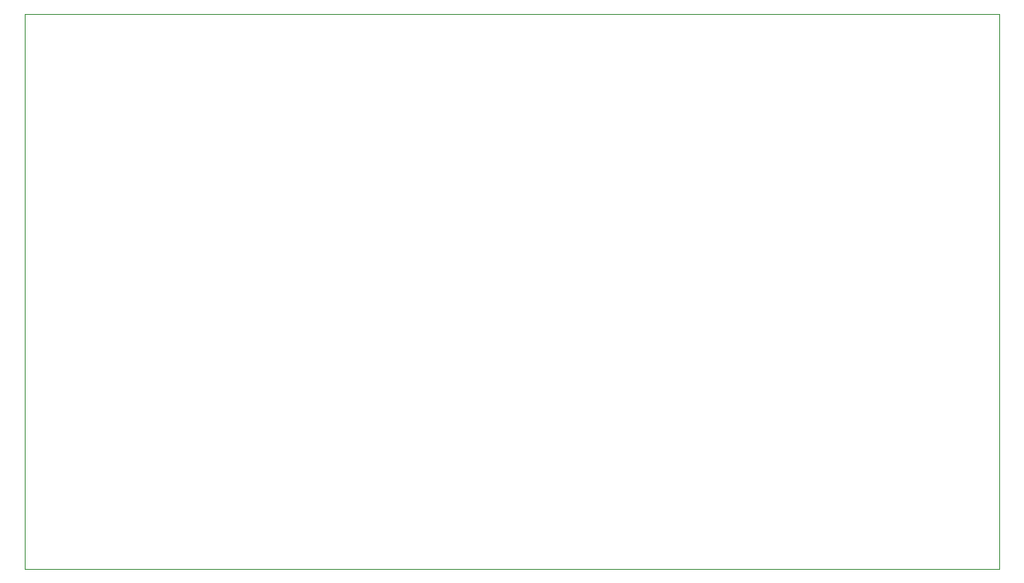
<source format=gbr>
G04 #@! TF.GenerationSoftware,KiCad,Pcbnew,(5.1.5)-3*
G04 #@! TF.CreationDate,2021-02-01T17:37:08+01:00*
G04 #@! TF.ProjectId,Prototype Board,50726f74-6f74-4797-9065-20426f617264,rev?*
G04 #@! TF.SameCoordinates,Original*
G04 #@! TF.FileFunction,Profile,NP*
%FSLAX46Y46*%
G04 Gerber Fmt 4.6, Leading zero omitted, Abs format (unit mm)*
G04 Created by KiCad (PCBNEW (5.1.5)-3) date 2021-02-01 17:37:08*
%MOMM*%
%LPD*%
G04 APERTURE LIST*
%ADD10C,0.050000*%
G04 APERTURE END LIST*
D10*
X100000000Y-150000000D02*
X100000000Y-93000000D01*
X200000000Y-150000000D02*
X200000000Y-93000000D01*
X200000000Y-93000000D02*
X100000000Y-93000000D01*
X100000000Y-150000000D02*
X200000000Y-150000000D01*
M02*

</source>
